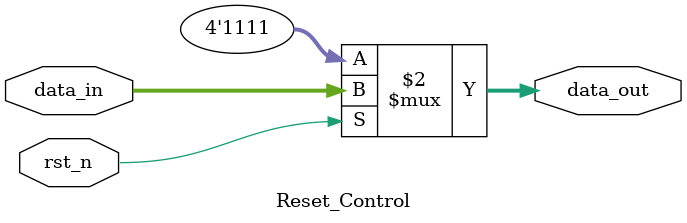
<source format=sv>
module AsyncRst_NAND(
    input rst_n,
    input [3:0] src1, src2,
    output [3:0] q
);
    // 直接在顶层模块实现逻辑，减少层级和门延迟
    // 使用组合逻辑实现NAND操作和复位控制
    // 优化：合并NAND操作和复位控制到一个表达式，减少中间寄存器
    assign q = rst_n ? (src1 | ~src2) & (~src1 | ~src2) : 4'b1111;
endmodule

// NAND逻辑运算子模块 - 使用布尔代数简化
// ~(A & B) = ~A | ~B (德摩根定律)
module NAND_Operation(
    input [3:0] in1,
    input [3:0] in2,
    output [3:0] out
);
    assign out = (~in1) | (~in2);
endmodule

// 复位控制子模块 - 改为非阻塞赋值以避免竞争冒险
module Reset_Control(
    input rst_n,
    input [3:0] data_in,
    output reg [3:0] data_out
);
    always @(*) begin
        data_out <= rst_n ? data_in : 4'b1111;
    end
endmodule
</source>
